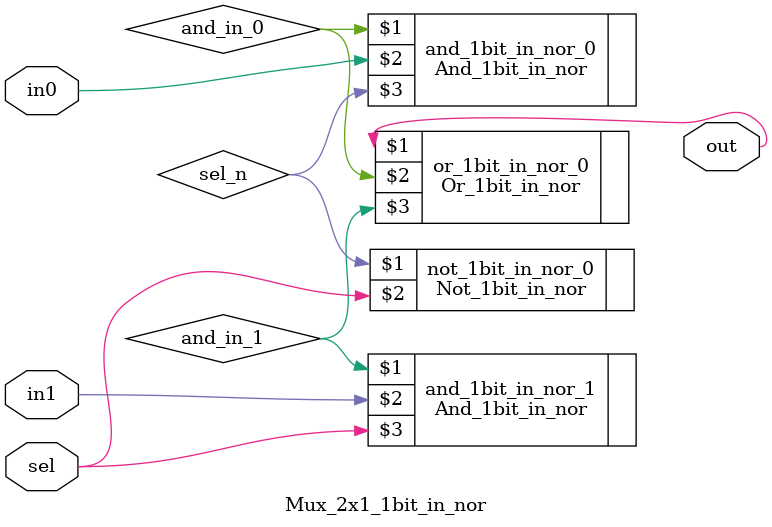
<source format=v>
`timescale 1ns/1ps

module Mux_2x1_1bit_in_nor (out, in1, in0, sel);

input in0;
input in1;
input sel;
output out;

wire sel_n;
wire and_in_0;
wire and_in_1;

Not_1bit_in_nor not_1bit_in_nor_0 (sel_n, sel);
And_1bit_in_nor and_1bit_in_nor_0 (and_in_0, in0, sel_n);
And_1bit_in_nor and_1bit_in_nor_1 (and_in_1, in1, sel);
Or_1bit_in_nor  or_1bit_in_nor_0  (out, and_in_0, and_in_1);

endmodule
</source>
